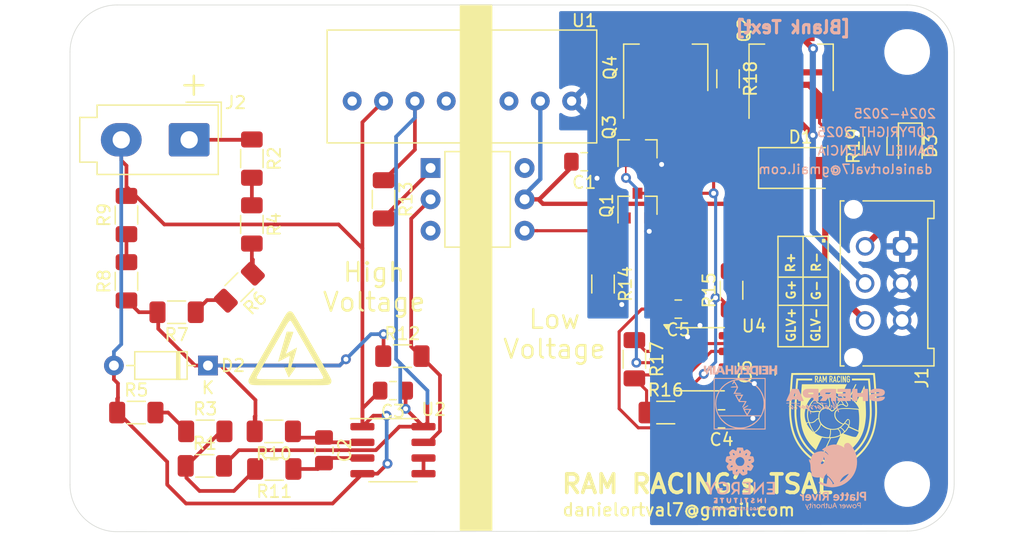
<source format=kicad_pcb>
(kicad_pcb (version 20240108) (generator "pcbnew") (generator_version "8.0")
  (layers (0 "F.Cu" signal "Front") (31 "B.Cu" signal "Back") (34 "B.Paste" user) (35 "F.Paste" user) (36 "B.SilkS" user "B.Silkscreen") (37 "F.SilkS" user "F.Silkscreen") (38 "B.Mask" user) (39 "F.Mask" user) (44 "Edge.Cuts" user))
  (net 0 "")
  (net 1 "GND")
  (net 2 "+12V")
  (net 3 "/RED+")
  (net 4 "/+HV")
  (net 5 "/GRN+")
  (net 6 "/Vref")
  (net 7 "Net-(U2--)")
  (net 8 "Net-(R2-Pad2)")
  (net 9 "Net-(R3-Pad1)")
  (net 10 "Net-(R4-Pad2)")
  (net 11 "Net-(R6-Pad2)")
  (net 12 "Net-(R8-Pad2)")
  (net 13 "Net-(R12-Pad2)")
  (net 14 "Net-(R13-Pad2)")
  (net 15 "GLV-")
  (net 16 "GLV+")
  (net 17 "VCC")
  (net 18 "Net-(U2-+)")
  (net 19 "Net-(U4-CV)")
  (net 20 "Net-(U4-THR)")
  (net 21 "/Ves")
  (net 22 "Net-(D3-K)")
  (net 23 "Net-(Q1-D)")
  (net 24 "Net-(Q1-G)")
  (net 25 "Net-(Q3-D)")
  (net 26 "Net-(Q3-G)")
  (net 27 "Net-(U4-DIS)")
  (net 31 "Net-(U2-BAL)")
  (footprint "Resistor_SMD:R_1206_3216Metric_Pad1.30x1.75mm_HandSolder" (layer "F.Cu") (at 62.484 73.406 -135)
    (property "Reference" "R6")
    (property "Value" "249k")
  )
  (footprint "Resistor_SMD:R_1206_3216Metric_Pad1.30x1.75mm_HandSolder" (layer "F.Cu") (at 57.404 75.438 180)
    (property "Reference" "R7")
    (property "Value" "249k")
  )
  (footprint "Resistor_SMD:R_1206_3216Metric_Pad1.30x1.75mm_HandSolder" (layer "F.Cu") (at 63.5 68.326 -90)
    (property "Reference" "R4")
    (property "Value" "249k")
  )
  (footprint "Resistor_SMD:R_1206_3216Metric_Pad1.30x1.75mm_HandSolder" (layer "F.Cu") (at 65.278 85.09 180)
    (property "Reference" "R10")
    (property "Value" "100")
  )
  (footprint "Resistor_SMD:R_1206_3216Metric_Pad1.30x1.75mm_HandSolder" (layer "F.Cu") (at 65.3145 88.138 180)
    (property "Reference" "R11")
    (property "Value" "100")
  )
  (footprint "Resistor_SMD:R_1206_3216Metric_Pad1.30x1.75mm_HandSolder" (layer "F.Cu") (at 75.692 78.994)
    (property "Reference" "R12")
    (property "Value" "1M")
  )
  (footprint "Capacitor_SMD:C_0805_2012Metric_Pad1.18x1.45mm_HandSolder" (layer "F.Cu") (at 74.93 81.788 180)
    (property "Reference" "C3")
    (property "Value" "100n")
  )
  (footprint "Capacitor_SMD:C_0805_2012Metric_Pad1.18x1.45mm_HandSolder" (layer "F.Cu") (at 69.342 86.623 -90)
    (property "Reference" "C2")
    (property "Value" "10n")
  )
  (footprint "Resistor_SMD:R_1206_3216Metric_Pad1.30x1.75mm_HandSolder" (layer "F.Cu") (at 54.1385 83.566)
    (property "Reference" "R5")
    (property "Value" "900")
  )
  (footprint "Resistor_SMD:R_1206_3216Metric_Pad1.30x1.75mm_HandSolder" (layer "F.Cu") (at 53.34 72.9345 90)
    (property "Reference" "R8")
    (property "Value" "49k9")
  )
  (footprint "Resistor_SMD:R_1206_3216Metric_Pad1.30x1.75mm_HandSolder" (layer "F.Cu") (at 53.34 67.564 90)
    (property "Reference" "R9")
    (property "Value" "2k2")
  )
  (footprint "Diode_THT:D_DO-35_SOD27_P7.62mm_Horizontal" (layer "F.Cu") (at 59.944 79.756 180)
    (property "Reference" "D2")
    (property "Value" "12V")
  )
  (footprint "Resistor_SMD:R_1206_3216Metric_Pad1.30x1.75mm_HandSolder" (layer "F.Cu") (at 63.5 62.992 -90)
    (property "Reference" "R2")
    (property "Value" "249k")
  )
  (footprint "Resistor_SMD:R_1206_3216Metric_Pad1.30x1.75mm_HandSolder" (layer "F.Cu") (at 59.7265 85.09)
    (property "Reference" "R3")
    (property "Value" "24k")
  )
  (footprint "Package_TO_SOT_SMD:SOT-23" (layer "F.Cu") (at 94.742 62.23 90)
    (property "Reference" "Q3")
    (property "Value" "2N7002")
  )
  (footprint "Resistor_SMD:R_1206_3216Metric_Pad1.30x1.75mm_HandSolder" (layer "F.Cu") (at 102.076 56.526 -90)
    (property "Reference" "R18")
    (property "Value" "10k")
  )
  (footprint "Diode_SMD:D_SMA" (layer "F.Cu") (at 107.95 63.754)
    (property "Reference" "D1")
    (property "Value" "D")
  )
  (footprint "Package_TO_SOT_SMD:SOT-223-3_TabPin2" (layer "F.Cu") (at 97.028 55.626 90)
    (property "Reference" "Q4")
    (property "Value" "MCT06P10-TP")
  )
  (footprint "MountingHole:MountingHole_3.2mm_M3" (layer "F.Cu") (at 116.586 89.356)
    (property "Reference" "MH4" (hide yes))
    (property "Value" "MountingHole_3.2mm_M3")
  )
  (footprint "Package_SO:SOIC-8_3.9x4.9mm_P1.27mm" (layer "F.Cu") (at 74.93 86.614)
    (property "Reference" "U2")
    (property "Value" "LM311")
  )
  (footprint "MountingHole:MountingHole_3.2mm_M3" (layer "F.Cu") (at 52.578 89.408)
    (property "Reference" "MH3" (hide yes))
    (property "Value" "MountingHole_3.2mm_M3")
  )
  (footprint "MountingHole:MountingHole_3.2mm_M3" (layer "F.Cu") (at 116.586 54.356)
    (property "Reference" "MH2" (hide yes))
    (property "Value" "MountingHole_3.2mm_M3")
  )
  (footprint "Resistor_SMD:R_1206_3216Metric_Pad1.30x1.75mm_HandSolder" (layer "F.Cu") (at 94.488 79.248 -90)
    (property "Reference" "R17")
    (property "Value" "220k")
  )
  (footprint "Resistor_SMD:R_1206_3216Metric_Pad1.30x1.75mm_HandSolder" (layer "F.Cu") (at 102.362 73.66 90)
    (property "Reference" "R15")
    (property "Value" "22k")
  )
  (footprint "Resistor_SMD:R_1206_3216Metric_Pad1.30x1.75mm_HandSolder" (layer "F.Cu") (at 97.028 83.566)
    (property "Reference" "R16")
    (property "Value" "22k")
  )
  (footprint "Resistor_SMD:R_1206_3216Metric_Pad1.30x1.75mm_HandSolder" (layer "F.Cu") (at 114.046 61.976 90)
    (property "Reference" "R19")
    (property "Value" "2k2")
  )
  (footprint "Resistor_SMD:R_1206_3216Metric_Pad1.30x1.75mm_HandSolder" (layer "F.Cu") (at 91.948 73.152 -90)
    (property "Reference" "R14")
    (property "Value" "10k")
  )
  (footprint "Resistor_SMD:R_1206_3216Metric_Pad1.30x1.75mm_HandSolder" (layer "F.Cu") (at 74.168 66.294 -90)
    (property "Reference" "R13")
    (property "Value" "2k2")
  )
  (footprint "Package_DIP:DIP-6_W7.62mm" (layer "F.Cu") (at 77.978 63.754)
    (property "Reference" "U3")
    (property "Value" "4N35")
  )
  (footprint "Capacitor_SMD:C_0805_2012Metric_Pad1.18x1.45mm_HandSolder" (layer "F.Cu") (at 101.5485 84.076 180)
    (property "Reference" "C4")
    (property "Value" "100n")
  )
  (footprint "Capacitor_SMD:C_0805_2012Metric_Pad1.18x1.45mm_HandSolder" (layer "F.Cu") (at 105.156 80.264 90)
    (property "Reference" "C6")
    (property "Value" "1u")
  )
  (footprint "LED_SMD:LED_0805_2012Metric_Pad1.15x1.40mm_HandSolder" (layer "F.Cu") (at 116.84 61.976 -90)
    (property "Reference" "D3")
    (property "Value" "VHI")
  )
  (footprint "Package_TO_SOT_SMD:SOT-223-3_TabPin2" (layer "F.Cu") (at 107.188 55.626 90)
    (property "Reference" "Q2")
    (property "Value" "MCT06P10-TP")
  )
  (footprint "Capacitor_SMD:C_0805_2012Metric_Pad1.18x1.45mm_HandSolder" (layer "F.Cu") (at 90.424 63.246 180)
    (property "Reference" "C1")
    (property "Value" "1u")
  )
  (footprint "Package_TO_SOT_SMD:SOT-23" (layer "F.Cu") (at 94.742 66.802 90)
    (property "Reference" "Q1")
    (property "Value" "2N7002")
  )
  (footprint "TSAL-HVM:SPAN02" (layer "F.Cu") (at 80.772 57.15 180)
    (property "Reference" "U1")
    (property "Value" "SPAN02A-12")
  )
  (footprint "Capacitor_SMD:C_0805_2012Metric_Pad1.18x1.45mm_HandSolder" (layer "F.Cu") (at 98.044 75.184 180)
    (property "Reference" "C5")
    (property "Value" "100n")
  )
  (footprint "Resistor_SMD:R_1206_3216Metric_Pad1.30x1.75mm_HandSolder" (layer "F.Cu") (at 59.69 87.884)
    (property "Reference" "R1")
    (property "Value" "75k")
  )
  (footprint "TSAL-HVM:electric-shock-symbol" (layer "F.Cu") (at 66.586 78.356)
    (property "Reference" "G2" (hide yes))
    (property "Value" "LOGO" (hide yes))
  )
  (footprint "TSAL-HVM:RRlogo" (layer "F.Cu") (at 110.586 84.356)
    (property "Reference" "H5" (hide yes))
    (property "Value" "LOGO" (hide yes))
  )
  (footprint "Connector_Molex:Molex_Mini-Fit_Jr_5566-02A_2x01_P4.20mm_Vertical" (layer "F.Cu") (at 58.42 61.468 -90)
    (property "Reference" "J2")
    (property "Value" "Conn_01x02_Pin")
  )
  (footprint "MountingHole:MountingHole_3.2mm_M3" (layer "F.Cu") (at 52.578 54.356)
    (property "Reference" "MH1" (hide yes))
    (property "Value" "MountingHole_3.2mm_M3")
  )
  (footprint "Package_SO:SOIC-8_3.9x4.9mm_P1.27mm" (layer "F.Cu") (at 99.822 79.248)
    (property "Reference" "U4")
    (property "Value" "NE555D")
  )
  (footprint "Connector_Molex:Molex_Micro-Fit_3.0_43045-0612_2x03_P3.00mm_Vertical" (layer "F.Cu") (at 116.1796 70.104 -90)
    (property "Reference" "J1")
    (property "Value" "Conn_01x06_Pin")
  )
  (footprint "TSAL-HVM:PlatteRiverlogo" (layer "B.Cu") (at 110.586 88.856 180)
    (property "Reference" "G***" (hide yes))
    (property "Value" "LOGO" (hide yes))
  )
  (footprint "TSAL-HVM:Sherpalogo" (layer "B.Cu") (at 110.786 82.656 180)
    (property "Reference" "H1" (hide yes))
    (property "Value" "LOGO" (hide yes))
  )
  (footprint "TSAL-HVM:HHlogo" (layer "B.Cu") (at 103.086 82.356 180)
    (property "Reference" "H2" (hide yes))
    (property "Value" "LOGO" (hide yes))
  )
  (footprint "TSAL-HVM:EIlogo" (layer "B.Cu") (at 103.086 89.356 180)
    (property "Reference" "H3" (hide yes))
    (property "Value" "LOGO" (hide yes))
  )
  (gr_line (start 106.1212 78.232) (end 106.1212 69.2912) (stroke (width 0.12)) (layer "F.SilkS"))
  (gr_line (start 108.1532 78.232) (end 108.1532 69.2912) (stroke (width 0.12)) (layer "F.SilkS"))
  (gr_line (start 106.1212 72.5932) (end 110.1852 72.5932) (stroke (width 0.12)) (layer "F.SilkS"))
  (gr_line (start 110.1852 74.8792) (end 106.1212 74.8792) (stroke (width 0.12)) (layer "F.SilkS"))
  (gr_poly (pts (xy 80.391 57.531) (xy 80.391 50.546) (xy 82.931 50.546) (xy 82.931 93.091) (xy 80.391 93.091) (xy 80.391 78.486)) (stroke (width 0.1)) (fill solid) (layer "F.SilkS"))
  (gr_line (start 110.1852 69.2912) (end 110.1852 78.232) (stroke (width 0.12)) (layer "F.SilkS"))
  (gr_line (start 110.1852 78.232) (end 106.1212 78.232) (stroke (width 0.12)) (layer "F.SilkS"))
  (gr_line (start 106.1212 69.2912) (end 110.1852 69.2912) (stroke (width 0.12)) (layer "F.SilkS"))
  (gr_poly (pts (xy 109.728 69.5452) (xy 109.9312 69.5452) (xy 109.9312 69.7484) (xy 109.728 69.7484)) (stroke (width 0.1)) (fill solid) (layer "F.SilkS"))
  (gr_line (start 120.396 54.356) (end 120.396 89.356) (stroke (width 0.05)) (layer "Edge.Cuts"))
  (gr_line (start 116.586 93.166) (end 52.578 93.218) (stroke (width 0.05)) (layer "Edge.Cuts"))
  (gr_line (start 48.768 89.408) (end 48.768 54.356) (stroke (width 0.05)) (layer "Edge.Cuts"))
  (gr_line (start 52.578 50.546) (end 116.586 50.546) (stroke (width 0.05)) (layer "Edge.Cuts"))
  (gr_arc (start 116.586 50.546) (mid 119.280077 51.661923) (end 120.396 54.356) (stroke (width 0.05)) (layer "Edge.Cuts"))
  (gr_arc (start 48.768 54.356) (mid 49.883923 51.661923) (end 52.578 50.546) (stroke (width 0.05)) (layer "Edge.Cuts"))
  (gr_arc (start 120.396 89.356) (mid 119.280077 92.050077) (end 116.586 93.166) (stroke (width 0.05)) (layer "Edge.Cuts"))
  (gr_arc (start 52.578 93.218) (mid 49.883923 92.102077) (end 48.768 89.408) (stroke (width 0.05)) (layer "Edge.Cuts"))
  (gr_text "2024-2025" (at 115.586 59.356 0) (layer "B.SilkS") (effects (font (size 0.75 0.75) (thickness 0.125)) (justify mirror)))
  (gr_text "COPYRIGHT 2025" (at 114.086 60.856 0) (layer "B.SilkS") (effects (font (size 0.75 0.75) (thickness 0.125) (bold yes)) (justify mirror)))
  (gr_text "DANIEL VALENCIA\n" (at 114.086 62.356 0) (layer "B.SilkS") (effects (font (size 0.75 0.75) (thickness 0.125) (bold yes)) (justify mirror)))
  (gr_text "[Blank Text]" (at 107.336 52.356 0) (layer "B.SilkS") (effects (font (size 1 1) (thickness 0.25)) (justify mirror)))
  (gr_text "danielortval7@gmail.com\n" (at 111.586 63.856 0) (layer "B.SilkS") (effects (font (size 0.75 0.75) (thickness 0.125) (bold yes)) (justify mirror)))
  (gr_text "High\nVoltage" (at 73.406 73.406 0) (layer "F.SilkS") (effects (font (size 1.5 1.5) (thickness 0.2))))
  (gr_text "Low\nVoltage" (at 88.011 77.216 0) (layer "F.SilkS") (effects (font (size 1.5 1.5) (thickness 0.2))))
  (gr_text "G-" (at 109.22 73.66 90) (layer "F.SilkS") (effects (font (size 0.7 0.7))))
  (gr_text "GLV-" (at 109.186 76.454 90) (layer "F.SilkS") (effects (font (size 0.7 0.7))))
  (gr_text "RAM RACING's TSAL" (at 99.586 89.356 0) (layer "F.SilkS") (effects (font (size 1.5 1.5) (thickness 0.3))))
  (gr_text "+" (at 58.801 56.896 0) (layer "F.SilkS") (effects (font (size 2 2) (thickness 0.2))))
  (gr_text "GLV+" (at 107.188 76.454 90) (layer "F.SilkS") (effects (font (size 0.7 0.7))))
  (gr_text "G+" (at 107.188 73.6092 90) (layer "F.SilkS") (effects (font (size 0.7 0.7))))
  (gr_text "danielortval7@gmail.com\n" (at 98.086 91.448 0) (layer "F.SilkS") (effects (font (size 1 1) (thickness 0.17))))
  (gr_text "R-" (at 109.22 71.374 90) (layer "F.SilkS") (effects (font (size 0.7 0.7))))
  (gr_text "R+" (at 107.136 71.406 90) (layer "F.SilkS") (effects (font (size 0.7 0.7))))
  (segment (start 56.642 89.328773) (end 56.647557 89.413557) (width 0.3) (layer "F.Cu") (net 1))
  (segment (start 52.651 83.566) (end 56.642 87.557) (width 0.3) (layer "F.Cu") (net 1))
  (segment (start 58.166 90.932) (end 70.042 90.932) (width 0.3) (layer "F.Cu") (net 1))
  (segment (start 56.4093 68.326) (end 70.5218 68.326) (width 0.3) (layer "F.Cu") (net 1))
  (segment (start 74.422 83.82) (end 73.344 83.82) (width 0.3) (layer "F.Cu") (net 1))
  (segment (start 52.651 82.3871) (end 52.5885 82.4496) (width 0.3) (layer "F.Cu") (net 1))
  (segment (start 72.455 83.238) (end 72.455 84.709) (width 0.3) (layer "F.Cu") (net 1))
  (segment (start 71.6304 89.3436) (end 72.455 88.519) (width 0.3) (layer "F.Cu") (net 1))
  (segment (start 52.5885 82.4496) (end 52.5885 83.566) (width 0.3) (layer "F.Cu") (net 1))
  (segment (start 73.8925 81.8005) (end 73.8925 81.788) (width 0.3) (layer "F.Cu") (net 1))
  (segment (start 52.324 80.8813) (end 52.651 81.2083) (width 0.3) (layer "F.Cu") (net 1))
  (segment (start 70.042 90.932) (end 72.455 88.519) (width 0.3) (layer "F.Cu") (net 1))
  (segment (start 53.34 65.2567) (end 56.4093 68.326) (width 0.3) (layer "F.Cu") (net 1))
  (segment (start 56.642 87.557) (end 56.642 89.328773) (width 0.3) (layer "F.Cu") (net 1))
  (segment (start 73.673 88.519) (end 74.486 87.706) (width 0.3) (layer "F.Cu") (net 1))
  (segment (start 70.5218 68.326) (end 72.455 70.2592) (width 0.3) (layer "F.Cu") (net 1))
  (segment (start 56.647557 89.413557) (end 58.166 90.932) (width 0.3) (layer "F.Cu") (net 1))
  (segment (start 73.905 81.788) (end 72.455 83.238) (width 0.3) (layer "F.Cu") (net 1))
  (segment (start 73.344 83.82) (end 72.455 84.709) (width 0.3) (layer "F.Cu") (net 1))
  (segment (start 52.92 61.468) (end 52.92 63.1433) (width 0.3) (layer "F.Cu") (net 1))
  (segment (start 72.455 60.047) (end 74.168 58.334) (width 0.3) (layer "F.Cu") (net 1))
  (segment (start 52.651 82.3262) (end 52.651 83.566) (width 0.3) (layer "F.Cu") (net 1))
  (segment (start 52.324 79.756) (end 52.324 80.8813) (width 0.3) (layer "F.Cu") (net 1))
  (segment (start 52.92 63.1433) (end 53.34 63.5633) (width 0.3) (layer "F.Cu") (net 1))
  (segment (start 53.34 63.5633) (end 53.34 66.0765) (width 0.3) (layer "F.Cu") (net 1))
  (segment (start 72.455 84.709) (end 72.455 60.047) (width 0.3) (layer "F.Cu") (net 1))
  (segment (start 52.651 81.2083) (end 52.651 82.3262) (width 0.3) (layer "F.Cu") (net 1))
  (segment (start 72.455 88.519) (end 73.673 88.519) (width 0.3) (layer "F.Cu") (net 1))
  (via (at 74.486 87.706) (size 0.8) (drill 0.4) (layers "F.Cu" "B.Cu") (net 1))
  (via (at 74.422 83.82) (size 0.8) (drill 0.4) (layers "F.Cu" "B.Cu") (net 1))
  (segment (start 74.752 87.706) (end 74.486 87.706) (width 0.3) (layer "B.Cu") (net 1))
  (segment (start 52.324 79.756) (end 52.324 78.6307) (width 0.3) (layer "B.Cu") (net 1))
  (segment (start 74.422 87.642) (end 74.486 87.706) (width 0.3) (layer "B.Cu") (net 1))
  (segment (start 52.324 78.6307) (end 52.92 78.0347) (width 0.3) (layer "B.Cu") (net 1))
  (segment (start 74.422 83.82) (end 74.422 87.642) (width 0.3) (layer "B.Cu") (net 1))
  (segment (start 52.92 78.0347) (end 52.92 61.468) (width 0.3) (layer "B.Cu") (net 1))
  (segment (start 75.955 83.259) (end 77.405 84.709) (width 0.3) (layer "F.Cu") (net 2))
  (segment (start 62.4475 86.614) (end 73.5454 86.614) (width 0.3) (layer "F.Cu") (net 2))
  (segment (start 75.955 82.5235) (end 75.9675 82.511) (width 0.3) (layer "F.Cu") (net 2))
  (segment (start 76.708 58.334) (end 76.708 62.2665) (width 0.3) (layer "F.Cu") (net 2))
  (segment (start 61.24 87.8215) (end 61.24 87.884) (width 0.3) (layer "F.Cu") (net 2))
  (segment (start 61.1775 87.884) (end 62.4475 86.614) (width 0.3) (layer "F.Cu") (net 2))
  (segment (start 75.438 63.5365) (end 75.3755 63.5365) (width 0.3) (layer "F.Cu") (net 2))
  (segment (start 75.4504 84.709) (end 77.405 84.709) (width 0.3) (layer "F.Cu") (net 2))
  (segment (start 75.3755 63.5365) (end 74.168 64.744) (width 0.3) (layer "F.Cu") (net 2))
  (segment (start 76.708 62.2665) (end 74.168 64.8065) (width 0.3) (layer "F.Cu") (net 2))
  (segment (start 75.955 81.788) (end 75.955 83.259) (width 0.3) (layer "F.Cu") (net 2))
  (segment (start 77.724 82.804) (end 77.724 84.39) (width 0.3) (layer "F.Cu") (net 2))
  (segment (start 77.724 84.39) (end 77.405 84.709) (width 0.3) (layer "F.Cu") (net 2))
  (segment (start 75.9675 82.511) (end 75.9675 81.788) (width 0.3) (layer "F.Cu") (net 2))
  (segment (start 73.5454 86.614) (end 75.4504 84.709) (width 0.3) (layer "F.Cu") (net 2))
  (via (at 75.955 83.259) (size 0.8) (drill 0.4) (layers "F.Cu" "B.Cu") (net 2))
  (segment (start 76.708 58.334) (end 76.708 59.69) (width 0.3) (layer "B.Cu") (net 2))
  (segment (start 75.184 61.214) (end 75.184 79.248) (width 0.3) (layer "B.Cu") (net 2))
  (segment (start 77.724 81.788) (end 77.724 82.804) (width 0.3) (layer "B.Cu") (net 2))
  (segment (start 75.5213 79.5853) (end 75.5213 82.8253) (width 0.3) (layer "B.Cu") (net 2))
  (segment (start 75.184 79.248) (end 77.724 81.788) (width 0.3) (layer "B.Cu") (net 2))
  (segment (start 75.5213 82.8253) (end 75.955 83.259) (width 0.3) (layer "B.Cu") (net 2))
  (segment (start 76.708 59.69) (end 75.184 61.214) (width 0.3) (layer "B.Cu") (net 2))
  (segment (start 102.796 52.476) (end 106.326 56.006) (width 0.5) (layer "F.Cu") (net 3))
  (segment (start 115.076 56.006) (end 106.326 56.006) (width 0.5) (layer "F.Cu") (net 3))
  (segment (start 98.871892 56.006) (end 98.396892 56.481) (width 0.5) (layer "F.Cu") (net 3))
  (segment (start 97.028 58.776) (end 97.028 57.862596) (width 0.127) (layer "F.Cu") (net 3))
  (segment (start 97.028 52.476) (end 102.796 52.476) (width 0.5) (layer "F.Cu") (net 3))
  (segment (start 118.433638 59.363638) (end 115.076 56.006) (width 0.5) (layer "F.Cu") (net 3))
  (segment (start 118.433638 62.078362) (end 118.433638 59.363638) (width 0.5) (layer "F.Cu") (net 3))
  (segment (start 116.84 63.001) (end 116.84 66.4436) (width 0.5) (layer "F.Cu") (net 3))
  (segment (start 116.84 66.4436) (end 113.1796 70.104) (width 0.5) (layer "F.Cu") (net 3))
  (segment (start 116.84 63.001) (end 117.511 63.001) (width 0.5) (layer "F.Cu") (net 3))
  (segment (start 98.403192 56.487404) (end 98.111 56.779596) (width 0.5) (layer "F.Cu") (net 3))
  (segment (start 106.326 56.006) (end 98.871892 56.006) (width 0.5) (layer "F.Cu") (net 3))
  (segment (start 117.511 63.001) (end 118.433638 62.078362) (width 0.5) (layer "F.Cu") (net 3))
  (segment (start 97.028 57.862596) (end 98.111 56.779596) (width 0.5) (layer "F.Cu") (net 3))
  (segment (start 63.4635 61.468) (end 63.5 61.5045) (width 0.3) (layer "F.Cu") (net 4))
  (segment (start 63.474 61.468) (end 63.5 61.442) (width 0.3) (layer "F.Cu") (net 4))
  (segment (start 60.9418 61.468) (end 63.474 61.468) (width 0.3) (layer "F.Cu") (net 4))
  (segment (start 58.42 61.468) (end 63.4635 61.468) (width 0.3) (layer "F.Cu") (net 4))
  (segment (start 107.188 59.3459) (end 108.9443 61.1022) (width 0.5) (layer "F.Cu") (net 5))
  (segment (start 107.188 58.776) (end 107.188 59.3459) (width 0.5) (layer "F.Cu") (net 5))
  (segment (start 108.966 54.086) (end 107.356 52.476) (width 0.5) (layer "F.Cu") (net 5))
  (segment (start 107.356 52.476) (end 107.188 52.476) (width 0.5) (layer "F.Cu") (net 5))
  (via (at 108.966 54.086) (size 0.8) (drill 0.4) (layers "F.Cu" "B.Cu") (net 5))
  (via (at 108.9443 61.1022) (size 0.8) (drill 0.4) (layers "F.Cu" "B.Cu") (net 5))
  (segment (start 108.9443 68.8687) (end 108.9443 61.1022) (width 0.5) (layer "B.Cu") (net 5))
  (segment (start 108.966 54.086) (end 108.9443 54.1077) (width 0.5) (layer "B.Cu") (net 5))
  (segment (start 108.9443 54.1077) (end 108.9443 61.1022) (width 0.5) (layer "B.Cu") (net 5))
  (segment (start 113.1796 73.104) (end 108.9443 68.8687) (width 0.5) (layer "B.Cu") (net 5))
  (segment (start 58.2025 87.884) (end 60.9965 85.09) (width 0.3) (layer "F.Cu") (net 6))
  (segment (start 58.14 88.309) (end 58.14 87.884) (width 0.3) (layer "F.Cu") (net 6))
  (segment (start 61.214 85.09) (end 61.2765 85.09) (width 0.3) (layer "F.Cu") (net 6))
  (segment (start 59.2595 89.916) (end 62.049 89.916) (width 0.3) (layer "F.Cu") (net 6))
  (segment (start 58.2025 88.859) (end 59.2595 89.916) (width 0.3) (layer "F.Cu") (net 6))
  (segment (start 60.9965 85.09) (end 61.214 85.09) (width 0.3) (layer "F.Cu") (net 6))
  (segment (start 62.049 89.916) (end 63.827 88.138) (width 0.3) (layer "F.Cu") (net 6))
  (segment (start 58.2025 88.3715) (end 58.14 88.309) (width 0.3) (layer "F.Cu") (net 6))
  (segment (start 58.2025 87.884) (end 58.2025 88.859) (width 0.3) (layer "F.Cu") (net 6))
  (segment (start 63.7645 88.2005) (end 63.7645 88.138) (width 0.3) (layer "F.Cu") (net 6))
  (segment (start 68.852 88.138) (end 66.802 88.138) (width 0.3) (layer "F.Cu") (net 7))
  (segment (start 69.309 87.6935) (end 69.342 87.6605) (width 0.3) (layer "F.Cu") (net 7))
  (segment (start 69.342 87.648) (end 68.852 88.138) (width 0.3) (layer "F.Cu") (net 7))
  (segment (start 69.741 87.249) (end 69.342 87.648) (width 0.3) (layer "F.Cu") (net 7))
  (segment (start 69.2965 87.6935) (end 69.309 87.6935) (width 0.3) (layer "F.Cu") (net 7))
  (segment (start 72.455 87.249) (end 69.741 87.249) (width 0.3) (layer "F.Cu") (net 7))
  (segment (start 63.5 64.4795) (end 63.5 66.8385) (width 0.3) (layer "F.Cu") (net 8))
  (segment (start 55.626 83.566) (end 56.715 83.566) (width 0.3) (layer "F.Cu") (net 9))
  (segment (start 58.1765 85.0275) (end 58.1765 85.09) (width 0.3) (layer "F.Cu") (net 9))
  (segment (start 56.715 83.566) (end 58.239 85.09) (width 0.3) (layer "F.Cu") (net 9))
  (segment (start 63.58 71.1772) (end 63.58 72.31) (width 0.3) (layer "F.Cu") (net 10))
  (segment (start 63.5358 72.3542) (end 63.5 72.3184) (width 0.3) (layer "F.Cu") (net 10))
  (segment (start 63.5 72.3184) (end 63.5 69.8135) (width 0.3) (layer "F.Cu") (net 10))
  (segment (start 63.5 71.0972) (end 63.58 71.1772) (width 0.3) (layer "F.Cu") (net 10))
  (segment (start 58.954 75.3755) (end 58.954 75.438) (width 0.3) (layer "F.Cu") (net 11))
  (segment (start 59.8717 74.4578) (end 58.8915 75.438) (width 0.3) (layer "F.Cu") (net 11))
  (segment (start 61.4322 74.4578) (end 59.8717 74.4578) (width 0.3) (layer "F.Cu") (net 11))
  (segment (start 61.388 74.502) (end 61.388 74.4578) (width 0.3) (layer "F.Cu") (net 11))
  (segment (start 53.34 71.447) (end 53.34 69.0515) (width 0.3) (layer "F.Cu") (net 12))
  (segment (start 76.408153 67.863847) (end 77.90699 66.36501) (width 0.3) (layer "F.Cu") (net 13))
  (segment (start 77.1795 78.994) (end 76.408153 78.222653) (width 0.3) (layer "F.Cu") (net 13))
  (segment (start 78.737 85.0685) (end 78.737 80.5515) (width 0.3) (layer "F.Cu") (net 13))
  (segment (start 77.8265 85.979) (end 78.737 85.0685) (width 0.3) (layer "F.Cu") (net 13))
  (segment (start 78.737 80.5515) (end 77.1795 78.994) (width 0.3) (layer "F.Cu") (net 13))
  (segment (start 76.408153 78.222653) (end 76.408153 67.863847) (width 0.3) (layer "F.Cu") (net 13))
  (segment (start 77.405 85.979) (end 77.8265 85.979) (width 0.3) (layer "F.Cu") (net 13))
  (segment (start 77.242 79.0565) (end 77.242 78.994) (width 0.3) (layer "F.Cu") (net 13))
  (segment (start 74.9988 67.0132) (end 74.9988 66.9507) (width 0.3) (layer "F.Cu") (net 14))
  (segment (start 77.90699 64.04251) (end 77.90699 63.82501) (width 0.3) (layer "F.Cu") (net 14))
  (segment (start 74.168 67.844) (end 74.9988 67.0132) (width 0.3) (layer "F.Cu") (net 14))
  (segment (start 74.168 67.7815) (end 77.90699 64.04251) (width 0.3) (layer "F.Cu") (net 14))
  (segment (start 105.0705 81.216) (end 104.206 81.216) (width 0.25) (layer "F.Cu") (net 15))
  (segment (start 98.796 77.4293) (end 97.4333 77.4293) (width 0.25) (layer "F.Cu") (net 15))
  (segment (start 97.4333 77.4293) (end 97.347 77.343) (width 0.25) (layer "F.Cu") (net 15))
  (segment (start 92.062 74.816) (end 93.466 74.816) (width 0.25) (layer "F.Cu") (net 15))
  (segment (start 112.5325 60.957) (end 113.515 60.957) (width 0.25) (layer "F.Cu") (net 15))
  (segment (start 96.695 63.4651) (end 96.6538 63.4651) (width 0.25) (layer "F.Cu") (net 15))
  (segment (start 91.4615 64.5841) (end 91.4615 63.246) (width 0.25) (layer "F.Cu") (net 15))
  (segment (start 103.9345 83.882) (end 102.6 83.882) (width 0.25) (layer "F.Cu") (net 15))
  (segment (start 91.948 74.702) (end 92.062 74.816) (width 0.25) (layer "F.Cu") (net 15))
  (segment (start 104.0885 84.036) (end 103.9345 83.882) (width 0.25) (layer "F.Cu") (net 15))
  (segment (start 95.692 67.802) (end 95.692 68.8837) (width 0.25) (layer "F.Cu") (net 15))
  (segment (start 99.803 76.5094) (end 99.0815 75.7879) (width 0.25) (layer "F.Cu") (net 15))
  (segment (start 99.0815 75.7879) (end 99.0815 75.184) (width 0.25) (layer "F.Cu") (net 15))
  (segment (start 96.6538 63.4651) (end 96.4187 63.23) (width 0.25) (layer "F.Cu") (net 15))
  (segment (start 95.692 63.23) (end 96.4187 63.23) (width 0.25) (layer "F.Cu") (net 15))
  (segment (start 113.515 60.957) (end 114.046 60.426) (width 0.25) (layer "F.Cu") (net 15))
  (segment (start 105.156 81.3015) (end 105.0705 81.216) (width 0.25) (layer "F.Cu") (net 15))
  (via (at 98.796 77.4293) (size 0.8) (drill 0.4) (layers "F.Cu" "B.Cu") (net 15))
  (via (at 95.692 68.8837) (size 0.8) (drill 0.4) (layers "F.Cu" "B.Cu") (net 15))
  (via (at 93.466 74.816) (size 0.8) (drill 0.4) (layers "F.Cu" "B.Cu") (net 15))
  (via (at 112.5325 60.957) (size 0.8) (drill 0.4) (layers "F.Cu" "B.Cu") (net 15))
  (via (at 96.695 63.4651) (size 0.8) (drill 0.4) (layers "F.Cu" "B.Cu") (net 15))
  (via (at 91.4615 64.5841) (size 0.8) (drill 0.4) (layers "F.Cu" "B.Cu") (net 15))
  (via (at 104.206 81.216) (size 0.8) (drill 0.4) (layers "F.Cu" "B.Cu") (net 15))
  (via (at 99.803 76.5094) (size 0.8) (drill 0.4) (layers "F.Cu" "B.Cu") (net 15))
  (via (at 104.0885 84.036) (size 0.8) (drill 0.4) (layers "F.Cu" "B.Cu") (net 15))
  (segment (start 100.9887 58.192) (end 102.108 58.192) (width 0.5) (layer "F.Cu") (net 16))
  (segment (start 99.328 58.776) (end 100.4047 58.776) (width 0.5) (layer "F.Cu") (net 16))
  (segment (start 109.488 60.1027) (end 109.488 58.776) (width 0.25) (layer "F.Cu") (net 16))
  (segment (start 113.1796 76.104) (end 109.95 72.8744) (width 0.5) (layer "F.Cu") (net 16))
  (segment (start 109.95 72.8744) (end 109.95 63.754) (width 0.5) (layer "F.Cu") (net 16))
  (segment (start 108.636 57.016) (end 109.488 57.868) (width 0.5) (layer "F.Cu") (net 16))
  (segment (start 110.006 60.6207) (end 109.488 60.1027) (width 0.25) (layer "F.Cu") (net 16))
  (segment (start 109.95 63.754) (end 110.006 63.698) (width 0.25) (layer "F.Cu") (net 16))
  (segment (start 109.488 57.868) (end 109.488 58.776) (width 0.5) (layer "F.Cu") (net 16))
  (segment (start 110.006 63.698) (end 110.006 60.6207) (width 0.25) (layer "F.Cu") (net 16))
  (segment (start 103.284 57.016) (end 108.636 57.016) (width 0.5) (layer "F.Cu") (net 16))
  (segment (start 100.4047 58.776) (end 100.9887 58.192) (width 0.5) (layer "F.Cu") (net 16))
  (segment (start 102.108 58.192) (end 103.284 57.016) (width 0.5) (layer "F.Cu") (net 16))
  (segment (start 86.788 66.294) (end 86.7247 66.294) (width 0.25) (layer "F.Cu") (net 17))
  (segment (start 99.008 83.996) (end 99.8785 83.996) (width 0.35) (layer "F.Cu") (net 17))
  (segment (start 89.3865 63.246) (end 89.3865 63.6955) (width 0.25) (layer "F.Cu") (net 17))
  (segment (start 103.568 77.343) (end 103.568 73.316) (width 0.35) (layer "F.Cu") (net 17))
  (segment (start 106.886247 78.666247) (end 105.563 77.343) (width 0.35) (layer "F.Cu") (net 17))
  (segment (start 106.336 82.586) (end 106.886247 82.035753) (width 0.35) (layer "F.Cu") (net 17))
  (segment (start 98.578 83.566) (end 99.008 83.996) (width 0.25) (layer "F.Cu") (net 17))
  (segment (start 87.0867 66.656) (end 102.0063 66.656) (width 0.35) (layer "F.Cu") (net 17))
  (segment (start 102.362 65.7653) (end 104.3733 63.754) (width 0.35) (layer "F.Cu") (net 17))
  (segment (start 89.3865 63.6955) (end 86.788 66.294) (width 0.35) (layer "F.Cu") (net 17))
  (segment (start 86.7247 66.294) (end 87.0867 66.656) (width 0.35) (layer "F.Cu") (net 17))
  (segment (start 105.95 63.754) (end 104.3733 63.754) (width 0.35) (layer "F.Cu") (net 17))
  (segment (start 106.886247 82.035753) (end 106.886247 78.666247) (width 0.35) (layer "F.Cu") (net 17))
  (segment (start 103.568 77.343) (end 102.297 77.343) (width 0.35) (layer "F.Cu") (net 17))
  (segment (start 85.598 66.294) (end 86.7247 66.294) (width 0.35) (layer "F.Cu") (net 17))
  (segment (start 100.511 84.076) (end 100.511 83.871) (width 0.35) (layer "F.Cu") (net 17))
  (segment (start 105.563 77.343) (end 103.568 77.343) (width 0.35) (layer "F.Cu") (net 17))
  (segment (start 99.8785 83.996) (end 100.3085 83.566) (width 0.35) (layer "F.Cu") (net 17))
  (segment (start 103.568 73.316) (end 102.362 72.11) (width 0.35) (layer "F.Cu") (net 17))
  (segment (start 102.362 67.0117) (end 102.362 65.7653) (width 0.35) (layer "F.Cu") (net 17))
  (segment (start 102.0763 66.726) (end 102.362 67.0117) (width 0.35) (layer "F.Cu") (net 17))
  (segment (start 100.511 83.871) (end 101.796 82.586) (width 0.35) (layer "F.Cu") (net 17))
  (segment (start 102.362 72.11) (end 102.362 67.0117) (width 0.35) (layer "F.Cu") (net 17))
  (segment (start 102.0063 66.656) (end 102.0763 66.726) (width 0.35) (layer "F.Cu") (net 17))
  (segment (start 101.796 82.586) (end 106.336 82.586) (width 0.35) (layer "F.Cu") (net 17))
  (segment (start 85.598 65.914) (end 85.598 66.294) (width 0.35) (layer "B.Cu") (net 17))
  (segment (start 86.136 65.376) (end 86.868 64.644) (width 0.35) (layer "B.Cu") (net 17))
  (segment (start 86.136 65.376) (end 85.598 65.914) (width 0.35) (layer "B.Cu") (net 17))
  (segment (start 86.868 64.644) (end 86.868 58.334) (width 0.35) (layer "B.Cu") (net 17))
  (segment (start 72.455 85.979) (end 69.723 85.979) (width 0.3) (layer "F.Cu") (net 18))
  (segment (start 67.2735 85.598) (end 66.7655 85.09) (width 0.3) (layer "F.Cu") (net 18))
  (segment (start 66.828 85.1525) (end 66.828 85.09) (width 0.3) (layer "F.Cu") (net 18))
  (segment (start 69.342 85.598) (end 67.2735 85.598) (width 0.3) (layer "F.Cu") (net 18))
  (segment (start 69.723 85.979) (end 69.342 85.598) (width 0.3) (layer "F.Cu") (net 18))
  (segment (start 69.3295 85.598) (end 69.342 85.5855) (width 0.3) (layer "F.Cu") (net 18))
  (segment (start 96.0851 84.8008) (end 97.6003 83.2856) (width 0.25) (layer "F.Cu") (net 19))
  (segment (start 94.8065 84.8008) (end 96.0851 84.8008) (width 0.25) (layer "F.Cu") (net 19))
  (segment (start 97.0065 75.184) (end 95.0879 75.184) (width 0.25) (layer "F.Cu") (net 19))
  (segment (start 97.6003 82.6367) (end 98.6139 81.6231) (width 0.25) (layer "F.Cu") (net 19))
  (segment (start 95.0879 75.184) (end 93.2552 77.0167) (width 0.25) (layer "F.Cu") (net 19))
  (segment (start 97.6003 83.2856) (end 97.6003 82.6367) (width 0.25) (layer "F.Cu") (net 19))
  (segment (start 98.6139 81.6231) (end 101.8269 81.6231) (width 0.25) (layer "F.Cu") (net 19))
  (segment (start 93.2552 83.2495) (end 94.8065 84.8008) (width 0.25) (layer "F.Cu") (net 19))
  (segment (start 93.2552 77.0167) (end 93.2552 83.2495) (width 0.25) (layer "F.Cu") (net 19))
  (segment (start 101.8269 81.6231) (end 102.297 81.153) (width 0.25) (layer "F.Cu") (net 19))
  (segment (start 103.3412 77.9765) (end 100.0755 77.9765) (width 0.25) (layer "F.Cu") (net 20))
  (segment (start 102.9623 79.883) (end 103.6188 79.2265) (width 0.25) (layer "F.Cu") (net 20))
  (segment (start 95.403 78.613) (end 97.347 78.613) (width 0.25) (layer "F.Cu") (net 20))
  (segment (start 100.0755 77.9765) (end 99.439 78.613) (width 0.25) (layer "F.Cu") (net 20))
  (segment (start 103.6188 78.2541) (end 103.3412 77.9765) (width 0.25) (layer "F.Cu") (net 20))
  (segment (start 99.439 78.613) (end 97.347 78.613) (width 0.25) (layer "F.Cu") (net 20))
  (segment (start 102.297 79.883) (end 102.9623 79.883) (width 0.25) (layer "F.Cu") (net 20))
  (segment (start 103.6188 79.2265) (end 103.6188 78.2541) (width 0.25) (layer "F.Cu") (net 20))
  (segment (start 94.488 77.698) (end 95.403 78.613) (width 0.25) (layer "F.Cu") (net 20))
  (segment (start 105.156 79.2265) (end 103.6188 79.2265) (width 0.25) (layer "F.Cu") (net 20))
  (segment (start 53.7855 74.93) (end 53.34 74.4845) (width 0.3) (layer "F.Cu") (net 21))
  (segment (start 54.356 75.438) (end 53.34 74.422) (width 0.3) (layer "F.Cu") (net 21))
  (segment (start 74.168 77.216) (end 74.168 78.9575) (width 0.3) (layer "F.Cu") (net 21))
  (segment (start 63.7905 85.09) (end 63.7905 82.5525) (width 0.3) (layer "F.Cu") (net 21))
  (segment (start 55.9165 76.7785) (end 55.9165 76.413) (width 0.3) (layer "F.Cu") (net 21))
  (segment (start 74.142 78.994) (end 74.168 78.994) (width 0.3) (layer "F.Cu") (net 21))
  (segment (start 74.168 78.9575) (end 74.2045 78.994) (width 0.3) (layer "F.Cu") (net 21))
  (segment (start 55.9165 76.413) (end 55.9165 75.438) (width 0.3) (layer "F.Cu") (net 21))
  (segment (start 63.728 83.8837) (end 63.728 85.09) (width 0.3) (layer "F.Cu") (net 21))
  (segment (start 53.848 74.93) (end 53.7855 74.93) (width 0.3) (layer "F.Cu") (net 21))
  (segment (start 63.7905 83.8212) (end 63.728 83.8837) (width 0.3) (layer "F.Cu") (net 21))
  (segment (start 60.994 79.756) (end 59.944 79.756) (width 0.3) (layer "F.Cu") (net 21))
  (segment (start 59.944 79.756) (end 58.894 79.756) (width 0.3) (layer "F.Cu") (net 21))
  (segment (start 74.168 78.994) (end 74.1863 78.9757) (width 0.3) (layer "F.Cu") (net 21))
  (segment (start 70.612 79.756) (end 71.12 79.248) (width 0.3) (layer "F.Cu") (net 21))
  (segment (start 55.9165 75.438) (end 54.356 75.438) (width 0.3) (layer "F.Cu") (net 21))
  (segment (start 58.894 79.756) (end 55.9165 76.7785) (width 0.3) (layer "F.Cu") (net 21))
  (segment (start 63.7905 82.5525) (end 60.994 79.756) (width 0.3) (layer "F.Cu") (net 21))
  (segment (start 59.944 79.756) (end 70.612 79.756) (width 0.3) (layer "F.Cu") (net 21))
  (via (at 71.12 79.248) (size 0.8) (drill 0.4) (layers "F.Cu" "B.Cu") (net 21))
  (via (at 74.168 77.216) (size 0.8) (drill 0.4) (layers "F.Cu" "B.Cu") (net 21))
  (segment (start 71.12 79.248) (end 70.612 79.756) (width 0.3) (layer "B.Cu") (net 21))
  (segment (start 70.612 79.756) (end 59.944 79.756) (width 0.3) (layer "B.Cu") (net 21))
  (segment (start 73.152 77.216) (end 74.168 77.216) (width 0.3) (layer "B.Cu") (net 21))
  (segment (start 73.66 77.216) (end 74.168 77.216) (width 0.3) (layer "B.Cu") (net 21))
  (segment (start 71.12 79.248) (end 73.152 77.216) (width 0.3) (layer "B.Cu") (net 21))
  (segment (start 116.621 60.951) (end 116.84 60.951) (width 0.25) (layer "F.Cu") (net 22))
  (segment (start 114.046 63.526) (end 116.621 60.951) (width 0.25) (layer "F.Cu") (net 22))
  (segment (start 101.4198 74.2678) (end 101.0705 74.2678) (width 0.25) (layer "F.Cu") (net 23))
  (segment (start 102.362 75.21) (end 101.4198 74.2678) (width 0.25) (layer "F.Cu") (net 23))
  (segment (start 100.9078 61.6795) (end 100.9078 65.802) (width 0.25) (layer "F.Cu") (net 23))
  (segment (start 94.742 65.802) (end 100.9078 65.802) (width 0.25) (layer "F.Cu") (net 23))
  (segment (start 97.347 81.153) (end 99.3893 81.153) (width 0.25) (layer "F.Cu") (net 23))
  (segment (start 99.3893 81.153) (end 100.1105 80.4318) (width 0.25) (layer "F.Cu") (net 23))
  (segment (start 104.888 58.776) (end 103.8113 58.776) (width 0.25) (layer "F.Cu") (net 23))
  (segment (start 103.8113 58.776) (end 100.9078 61.6795) (width 0.25) (layer "F.Cu") (net 23))
  (via (at 101.0705 74.2678) (size 0.8) (drill 0.4) (layers "F.Cu" "B.Cu") (net 23))
  (via (at 100.9078 65.802) (size 0.8) (drill 0.4) (layers "F.Cu" "B.Cu") (net 23))
  (via (at 100.1105 80.4318) (size 0.8) (drill 0.4) (layers "F.Cu" "B.Cu") (net 23))
  (segment (start 100.9078 65.802) (end 101.0705 65.9647) (width 0.25) (layer "B.Cu") (net 23))
  (segment (start 100.1105 80.4318) (end 101.0705 79.4718) (width 0.25) (layer "B.Cu") (net 23))
  (segment (start 101.0705 65.9647) (end 101.0705 74.2678) (width 0.25) (layer "B.Cu") (net 23))
  (segment (start 101.0705 79.4718) (end 101.0705 74.2678) (width 0.25) (layer "B.Cu") (net 23))
  (segment (start 91.948 68.834) (end 92.0333 68.834) (width 0.25) (layer "F.Cu") (net 24))
  (segment (start 92.0333 68.834) (end 93.0653 67.802) (width 0.25) (layer "F.Cu") (net 24))
  (segment (start 86.6114 68.834) (end 91.948 68.834) (width 0.25) (layer "F.Cu") (net 24))
  (segment (start 85.598 68.834) (end 86.6114 68.834) (width 0.25) (layer "F.Cu") (net 24))
  (segment (start 93.792 67.802) (end 93.0653 67.802) (width 0.25) (layer "F.Cu") (net 24))
  (segment (start 91.948 71.602) (end 91.948 68.834) (width 0.25) (layer "F.Cu") (net 24))
  (segment (start 101.792 54.776) (end 98.728 54.776) (width 0.25) (layer "F.Cu") (net 25))
  (segment (start 95.8047 58.776) (end 95.2664 58.776) (width 0.25) (layer "F.Cu") (net 25))
  (segment (start 94.742 59.3004) (end 94.742 61.23) (width 0.25) (layer "F.Cu") (net 25))
  (segment (start 98.728 54.776) (end 95.8047 57.6993) (width 0.25) (layer "F.Cu") (net 25))
  (segment (start 94.728 58.776) (end 95.2664 58.776) (width 0.25) (layer "F.Cu") (net 25))
  (segment (start 95.8047 57.6993) (end 95.8047 58.776) (width 0.25) (layer "F.Cu") (net 25))
  (segment (start 95.2664 58.776) (end 94.742 59.3004) (width 0.25) (layer "F.Cu") (net 25))
  (segment (start 102.108 55.092) (end 101.792 54.776) (width 0.25) (layer "F.Cu") (net 25))
  (segment (start 93.792 64.537) (end 93.811 64.556) (width 0.127) (layer "F.Cu") (net 26))
  (segment (start 93.792 63.23) (end 93.792 64.537) (width 0.127) (layer "F.Cu") (net 26))
  (segment (start 96.9882 79.5242) (end 94.6492 79.5242) (width 0.25) (layer "F.Cu") (net 26))
  (segment (start 97.347 79.883) (end 96.9882 79.5242) (width 0.25) (layer "F.Cu") (net 26))
  (via (at 93.811 64.556) (size 0.8) (drill 0.4) (layers "F.Cu" "B.Cu") (net 26))
  (via (at 94.6492 79.5242) (size 0.8) (drill 0.4) (layers "F.Cu" "B.Cu") (net 26))
  (segment (start 93.811 64.556) (end 94.6492 65.3942) (width 0.25) (layer "B.Cu") (net 26))
  (segment (start 94.6492 65.3942) (end 94.6492 79.5242) (width 0.25) (layer "B.Cu") (net 26))
  (segment (start 94.488 80.798) (end 95.478 81.788) (width 0.25) (layer "F.Cu") (net 27))
  (segment (start 95.478 81.788) (end 95.478 83.566) (width 0.25) (layer "F.Cu") (net 27))
  (segment (start 94.768 80.518) (end 94.488 80.798) (width 0.25) (layer "F.Cu") (net 27))
  (segment (start 102.297 78.613) (end 100.7224 78.613) (width 0.25) (layer "F.Cu") (net 27))
  (segment (start 98.8174 80.518) (end 94.768 80.518) (width 0.25) (layer "F.Cu") (net 27))
  (segment (start 100.7224 78.613) (end 98.8174 80.518) (width 0.25) (layer "F.Cu") (net 27))
  (segment (start 77.405 88.519) (end 77.405 87.249) (width 0.3) (layer "F.Cu") (net 31))
  (zone (net 15) (net_name "GLV-") (layer "B.Cu") (connect_pads (clearance 0.508)) (min_thickness 0.254) (fill yes (thermal_gap 0.508) (thermal_bridge_width 0.508))
    (polygon (pts (xy 88.392 50.546) (xy 120.396 50.546) (xy 120.396 93.218) (xy 95.758 93.218) (xy 95.758 75.946) (xy 90.678 75.946) (xy 90.678 60.706) (xy 88.392 60.706) (xy 88.392 51.562)))
  )
)
</source>
